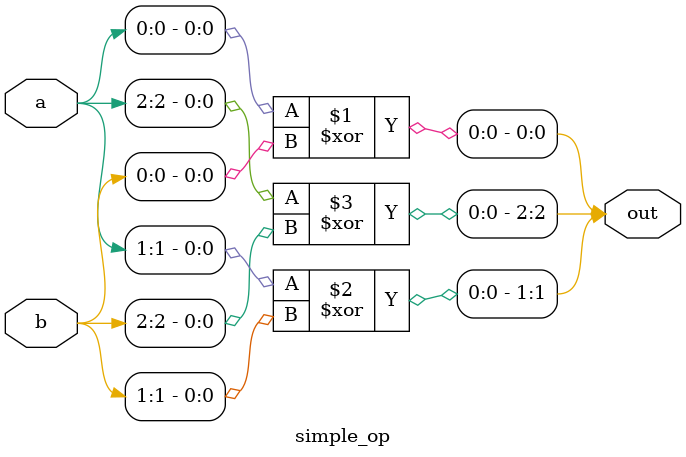
<source format=v>
`define RANGE [2:0]

module simple_op(a,b,out);
    input 	`RANGE a;
    input   `RANGE b;
    output 	`RANGE out;

    xor(out[0],a[0],b[0]);
    xor(out[1],a[1],b[1]);
	xor(out[2],a[2],b[2]);
endmodule 
</source>
